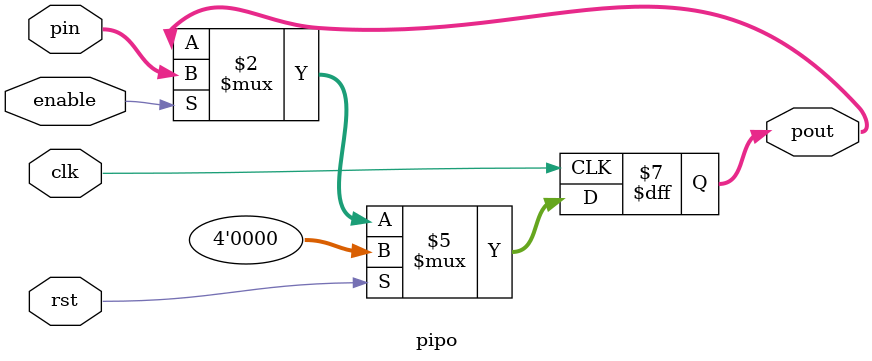
<source format=v>
module pipo (
    input        clk,     // Clock
    input        rst,     // Synchronous reset
    input        enable,  // Load enable
    input  [3:0] pin,     // Parallel input
    output reg [3:0] pout // Parallel output
);

    always @(posedge clk) begin
        if (rst) begin
            // Clear output on reset
            pout <= 4'b0000;
        end
        else if (enable) begin
            // Load parallel data
            pout <= pin;
        end
        // else: hold previous value
    end

endmodule


</source>
